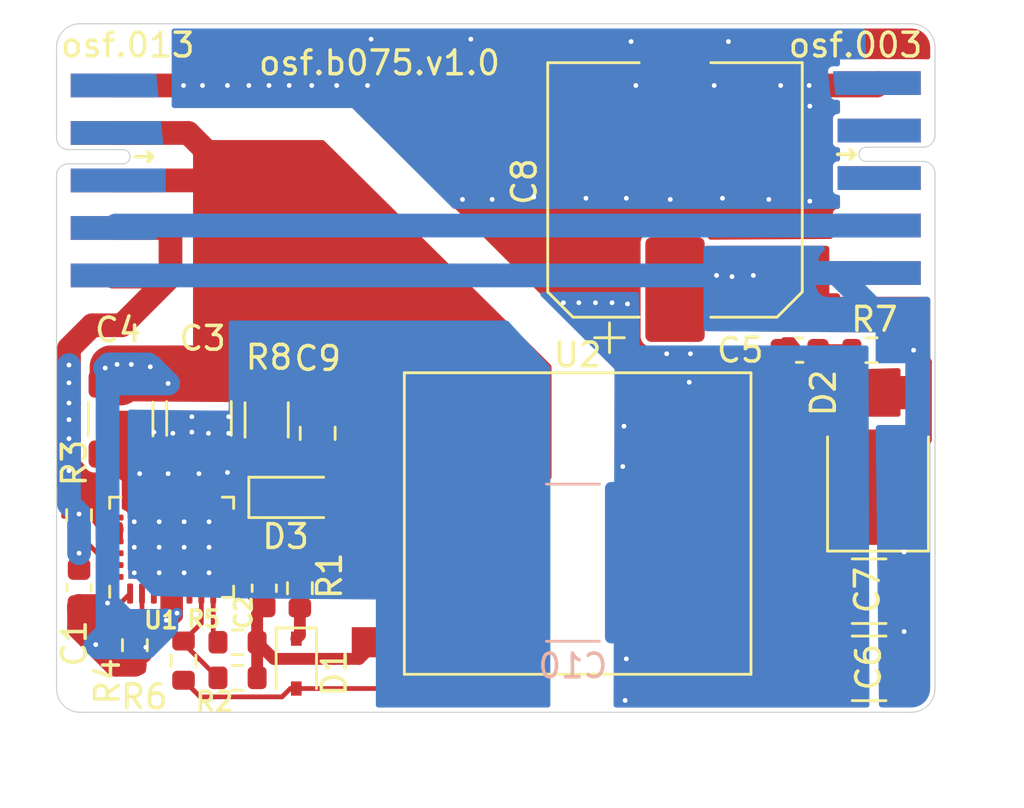
<source format=kicad_pcb>
(kicad_pcb (version 20211014) (generator pcbnew)
  (layers (0 "F.Cu" signal) (31 "B.Cu" signal) (34 "B.Paste" user) (35 "F.Paste" user) (36 "B.SilkS" user "B.Silkscreen") (37 "F.SilkS" user "F.Silkscreen") (38 "B.Mask" user) (39 "F.Mask" user) (44 "Edge.Cuts" user))
  (net 0 "")
  (net 1 "GND")
  (net 2 "Net-(R3-Pad1)")
  (net 3 "/flyback/VCC")
  (net 4 "Net-(R4-Pad2)")
  (net 5 "Net-(R5-Pad1)")
  (net 11 "/flyback/transformer_out")
  (net 12 "Net-(C5-Pad2)")
  (net 13 "Net-(D1-Pad1)")
  (net 14 "/flyback/SW")
  (net 15 "/flyback/FB1")
  (net 16 "Net-(C9-Pad2)")
  (net 18 "Net-(D1-Pad2)")
  (net 19 "/5V")
  (net 20 "/3.3V")
  (net 21 "/flyback/PoE+")
  (net 22 "/flyback/PoE-")
  (net 23 "/flyback/GNDPWR")
  (footprint "on_edge:on_edge_2x05_device" (layer "F.Cu") (at 77 80.6 -90)
    (fp_text reference "J1")
    (fp_text value "013_PoE_rectified")
    (fp_line (start -1.3 -2.8) (end -1.3 -0.5) (layer "Edge.Cuts") (width 0.05))
    (fp_line (start -0.2 0) (end 4 0) (layer "Edge.Cuts") (width 0.05))
    (fp_line (start -0.7 -0.5) (end -0.7 -2.8) (layer "Edge.Cuts") (width 0.05))
    (fp_line (start -4 0) (end -1.8 0) (layer "Edge.Cuts") (width 0.05))
    (fp_arc (start -1.3 -0.5) (mid -1.446447 -0.146447) (end -1.8 0) (layer "Edge.Cuts") (width 0.05))
    (fp_arc (start -0.2 0) (mid -0.553553 -0.146447) (end -0.7 -0.5) (layer "Edge.Cuts") (width 0.05))
    (fp_arc (start -1.3 -2.8) (mid -1 -3.1) (end -0.7 -2.8) (layer "Edge.Cuts") (width 0.05))
    (pad "1" smd rect (at -4 -2.35 90) (size 1 3.5) (layers "F.Cu" "F.Mask") (net 1 "GND"))
    (pad "2" smd rect (at -2 -2.35 270) (size 1 3.5) (layers "F.Cu" "F.Mask") (net 21 "/flyback/PoE+"))
    (pad "3" smd rect (at 0 -2.35 270) (size 1 3.5) (layers "F.Cu" "F.Mask") (net 21 "/flyback/PoE+"))
    (pad "4" smd rect (at 2 -2.35 90) (size 1 3.5) (layers "F.Cu" "F.Mask") (net 22 "/flyback/PoE-"))
    (pad "5" smd rect (at 4 -2.35 90) (size 1 3.5) (layers "F.Cu" "F.Mask") (net 22 "/flyback/PoE-"))
    (pad "6" smd custom (at -4 -2.4 270) (size 1 3.6) (layers "B.Cu" "B.Mask") (options (clearance outline) (anchor rect)) (primitives (gr_poly (pts (xy 0.5 -1.8) (xy 0.5 -1.9) (xy -0.5 -1.8)) (width 0) (fill yes))))
    (pad "7" smd custom (at -2 -2.1 270) (size 1 3) (layers "B.Cu" "B.Mask") (options (clearance outline) (anchor rect)) (primitives (gr_poly (pts (xy 0.3 -0.51) (xy 0.31 -0.62) (xy 0.33 -0.7) (xy 0.35 -0.76) (xy 0.37 -0.81) (xy 0.4 -0.86) (xy 0.44 -0.92) (xy 0.48 -0.97) (xy 0.5 -0.99) (xy 0.5 -2.4) (xy -0.5 -2.3) (xy -0.5 1.5) (xy 0.3 1.5)) (width 0) (fill yes))))
    (pad "8" smd rect (at 0 -2.6 270) (size 1 4) (layers "B.Cu" "B.Mask"))
    (pad "9" smd custom (at 2 -2.4 270) (size 1 3.6) (layers "B.Cu" "B.Mask") (net 20 "/3.3V") (options (clearance outline) (anchor rect)) (primitives (gr_poly (pts (xy -0.5 -1.8) (xy -0.5 -1.9) (xy 0.5 -1.8)) (width 0) (fill yes))))
    (pad "10" smd custom (at 4 -2.3 270) (size 1 3.4) (layers "B.Cu" "B.Mask") (net 19 "/5V") (options (clearance outline) (anchor rect)) (primitives (gr_poly (pts (xy -0.5 -1.7) (xy -0.5 -1.8) (xy 0.5 -1.7)) (width 0) (fill yes))))
    (zone (net 0) (net_name "") (layers F&B.Cu) (connect_pads (clearance 0)) (min_thickness 0.254)
      (keepout (tracks allowed) (vias not_allowed) (pads allowed) (copperpour not_allowed) (footprints not_allowed))
      (fill (thermal_gap 0.508) (thermal_bridge_width 0.508))
      (polygon (pts (xy 77 85.6) (xy 77 75.6) (xy 81 75.6) (xy 81 85.6)))
    )
  )
  (footprint "Capacitor_SMD:C_0603_1608Metric" (layer "F.Cu") (at 77.95 97.75 90)
    (fp_text reference "C1" (at -2.35 -0.2 90) (layer "F.SilkS"))
    (fp_text value "100n")
    (pad "1" smd roundrect (at -0.775 0 90) (size 0.9 0.95) (layers "F.Cu" "F.Paste" "F.Mask") (net 21 "/flyback/PoE+"))
    (pad "2" smd roundrect (at 0.775 0 90) (size 0.9 0.95) (layers "F.Cu" "F.Paste" "F.Mask") (net 22 "/flyback/PoE-"))
  )
  (footprint "Capacitor_SMD:C_0603_1608Metric" (layer "F.Cu") (at 85.75 97.775 -90)
    (fp_text reference "C2" (at 1.025 0.875 -90) (layer "F.SilkS") (effects (font (size 0.7 0.7))))
    (fp_text value "1uF")
    (pad "1" smd roundrect (at -0.775 0 270) (size 0.9 0.95) (layers "F.Cu" "F.Paste" "F.Mask") (net 3 "/flyback/VCC"))
    (pad "2" smd roundrect (at 0.775 0 270) (size 0.9 0.95) (layers "F.Cu" "F.Paste" "F.Mask") (net 23 "/flyback/GNDPWR"))
  )
  (footprint "Resistor_SMD:R_0603_1608Metric" (layer "F.Cu") (at 77.95 94.7 90)
    (fp_text reference "R3" (at 2.2 -0.2 90) (layer "F.SilkS"))
    (fp_text value "41.2R")
    (pad "1" smd roundrect (at -0.825 0 90) (size 0.8 0.95) (layers "F.Cu" "F.Paste" "F.Mask") (net 2 "Net-(R3-Pad1)"))
    (pad "2" smd roundrect (at 0.825 0 90) (size 0.8 0.95) (layers "F.Cu" "F.Paste" "F.Mask") (net 22 "/flyback/PoE-"))
  )
  (footprint "Resistor_SMD:R_0603_1608Metric" (layer "F.Cu") (at 84.625 100.05)
    (fp_text reference "R5" (at -1.425 -0.975) (layer "F.SilkS") (effects (font (size 0.7 0.7))))
    (fp_text value "49.9k")
    (pad "1" smd roundrect (at -0.825 0) (size 0.8 0.95) (layers "F.Cu" "F.Paste" "F.Mask") (net 5 "Net-(R5-Pad1)"))
    (pad "2" smd roundrect (at 0.825 0) (size 0.8 0.95) (layers "F.Cu" "F.Paste" "F.Mask") (net 23 "/flyback/GNDPWR"))
  )
  (footprint "Package_DFN_QFN:QFN-28-1EP_4x5mm_P0.5mm_EP2.65x3.65mm_ThermalVias" (layer "F.Cu") (at 81.85 96.05 90)
    (fp_text reference "U1" (at -3.075 -0.45) (layer "F.SilkS") (effects (font (size 0.7 0.7))))
    (fp_text value "MP8007")
    (pad "1" smd roundrect (at -1.95 -1.75 90) (size 0.85 0.25) (layers "F.Cu" "F.Paste" "F.Mask") (net 21 "/flyback/PoE+"))
    (pad "2" smd roundrect (at -1.95 -1.25 90) (size 0.85 0.25) (layers "F.Cu" "F.Paste" "F.Mask") (net 4 "Net-(R4-Pad2)"))
    (pad "3" smd roundrect (at -1.95 -0.75 90) (size 0.85 0.25) (layers "F.Cu" "F.Paste" "F.Mask"))
    (pad "4" smd roundrect (at -1.95 -0.25 90) (size 0.85 0.25) (layers "F.Cu" "F.Paste" "F.Mask") (net 21 "/flyback/PoE+"))
    (pad "5" smd roundrect (at -1.95 0.25 90) (size 0.85 0.25) (layers "F.Cu" "F.Paste" "F.Mask") (net 21 "/flyback/PoE+"))
    (pad "6" smd roundrect (at -1.95 0.75 90) (size 0.85 0.25) (layers "F.Cu" "F.Paste" "F.Mask") (net 23 "/flyback/GNDPWR"))
    (pad "7" smd roundrect (at -1.95 1.25 90) (size 0.85 0.25) (layers "F.Cu" "F.Paste" "F.Mask") (net 15 "/flyback/FB1"))
    (pad "8" smd roundrect (at -1.95 1.75 90) (size 0.85 0.25) (layers "F.Cu" "F.Paste" "F.Mask") (net 5 "Net-(R5-Pad1)"))
    (pad "9" smd roundrect (at -1.25 2.45 90) (size 0.25 0.85) (layers "F.Cu" "F.Paste" "F.Mask") (net 23 "/flyback/GNDPWR"))
    (pad "10" smd roundrect (at -0.75 2.45 90) (size 0.25 0.85) (layers "F.Cu" "F.Paste" "F.Mask") (net 3 "/flyback/VCC"))
    (pad "11" smd roundrect (at -0.25 2.45 90) (size 0.25 0.85) (layers "F.Cu" "F.Paste" "F.Mask"))
    (pad "12" smd roundrect (at 0.25 2.45 90) (size 0.25 0.85) (layers "F.Cu" "F.Paste" "F.Mask") (net 14 "/flyback/SW"))
    (pad "13" smd roundrect (at 0.75 2.45 90) (size 0.25 0.85) (layers "F.Cu" "F.Paste" "F.Mask") (net 14 "/flyback/SW"))
    (pad "14" smd roundrect (at 1.25 2.45 90) (size 0.25 0.85) (layers "F.Cu" "F.Paste" "F.Mask") (net 23 "/flyback/GNDPWR"))
    (pad "15" smd roundrect (at 1.95 1.75 90) (size 0.85 0.25) (layers "F.Cu" "F.Paste" "F.Mask") (net 23 "/flyback/GNDPWR"))
    (pad "16" smd roundrect (at 1.95 1.25 90) (size 0.85 0.25) (layers "F.Cu" "F.Paste" "F.Mask") (net 23 "/flyback/GNDPWR"))
    (pad "17" smd roundrect (at 1.95 0.75 90) (size 0.85 0.25) (layers "F.Cu" "F.Paste" "F.Mask") (net 23 "/flyback/GNDPWR"))
    (pad "18" smd roundrect (at 1.95 0.25 90) (size 0.85 0.25) (layers "F.Cu" "F.Paste" "F.Mask"))
    (pad "19" smd roundrect (at 1.95 -0.25 90) (size 0.85 0.25) (layers "F.Cu" "F.Paste" "F.Mask") (net 23 "/flyback/GNDPWR"))
    (pad "20" smd roundrect (at 1.95 -0.75 90) (size 0.85 0.25) (layers "F.Cu" "F.Paste" "F.Mask") (net 23 "/flyback/GNDPWR"))
    (pad "21" smd roundrect (at 1.95 -1.25 90) (size 0.85 0.25) (layers "F.Cu" "F.Paste" "F.Mask") (net 23 "/flyback/GNDPWR"))
    (pad "22" smd roundrect (at 1.95 -1.75 90) (size 0.85 0.25) (layers "F.Cu" "F.Paste" "F.Mask") (net 23 "/flyback/GNDPWR"))
    (pad "23" smd roundrect (at 1.25 -2.45 90) (size 0.25 0.85) (layers "F.Cu" "F.Paste" "F.Mask") (net 22 "/flyback/PoE-"))
    (pad "24" smd roundrect (at 0.75 -2.45 90) (size 0.25 0.85) (layers "F.Cu" "F.Paste" "F.Mask") (net 22 "/flyback/PoE-"))
    (pad "25" smd roundrect (at 0.25 -2.45 90) (size 0.25 0.85) (layers "F.Cu" "F.Paste" "F.Mask") (net 22 "/flyback/PoE-"))
    (pad "26" smd roundrect (at -0.25 -2.45 90) (size 0.25 0.85) (layers "F.Cu" "F.Paste" "F.Mask") (net 2 "Net-(R3-Pad1)"))
    (pad "27" smd roundrect (at -0.75 -2.45 90) (size 0.25 0.85) (layers "F.Cu" "F.Paste" "F.Mask"))
    (pad "28" smd roundrect (at -1.25 -2.45 90) (size 0.25 0.85) (layers "F.Cu" "F.Paste" "F.Mask"))
    (pad "29" thru_hole circle (at 1.075 0.525 90) (size 0.5 0.5) (drill 0.2) (layers *.Cu) (net 23 "/flyback/GNDPWR"))
    (pad "29" thru_hole circle (at -1.075 1.575 90) (size 0.5 0.5) (drill 0.2) (layers *.Cu) (net 23 "/flyback/GNDPWR"))
    (pad "29" smd rect (at 0 0 90) (size 2.65 3.65) (layers "F.Cu" "F.Mask") (net 23 "/flyback/GNDPWR"))
    (pad "29" smd rect (at 0 0 90) (size 2.65 3.65) (layers "B.Cu") (net 23 "/flyback/GNDPWR"))
    (pad "29" thru_hole circle (at 0 1.575 90) (size 0.5 0.5) (drill 0.2) (layers *.Cu) (net 23 "/flyback/GNDPWR"))
    (pad "29" thru_hole circle (at 0 -1.575 90) (size 0.5 0.5) (drill 0.2) (layers *.Cu) (net 23 "/flyback/GNDPWR"))
    (pad "29" thru_hole circle (at -1.075 -1.575 90) (size 0.5 0.5) (drill 0.2) (layers *.Cu) (net 23 "/flyback/GNDPWR"))
    (pad "29" thru_hole circle (at 1.075 1.575 90) (size 0.5 0.5) (drill 0.2) (layers *.Cu) (net 23 "/flyback/GNDPWR"))
    (pad "29" thru_hole circle (at -1.075 -0.525 90) (size 0.5 0.5) (drill 0.2) (layers *.Cu) (net 23 "/flyback/GNDPWR"))
    (pad "29" thru_hole circle (at 1.075 -0.525 90) (size 0.5 0.5) (drill 0.2) (layers *.Cu) (net 23 "/flyback/GNDPWR"))
    (pad "29" thru_hole circle (at 0 0.525 90) (size 0.5 0.5) (drill 0.2) (layers *.Cu) (net 23 "/flyback/GNDPWR"))
    (pad "29" thru_hole circle (at -1.075 0.525 90) (size 0.5 0.5) (drill 0.2) (layers *.Cu) (net 23 "/flyback/GNDPWR"))
    (pad "29" thru_hole circle (at 1.075 -1.575 90) (size 0.5 0.5) (drill 0.2) (layers *.Cu) (net 23 "/flyback/GNDPWR"))
    (pad "29" thru_hole circle (at 0 -0.525 90) (size 0.5 0.5) (drill 0.2) (layers *.Cu) (net 23 "/flyback/GNDPWR"))
  )
  (footprint "on_edge:on_edge_2x05_host" (layer "F.Cu") (at 114 80.5 -90)
    (fp_text reference "J2")
    (fp_text value "003_power")
    (fp_line (start -0.2 0) (end 4 0) (layer "Edge.Cuts") (width 0.05))
    (fp_line (start -1.3 0.5) (end -1.3 2.9) (layer "Edge.Cuts") (width 0.05))
    (fp_line (start -4 0) (end -1.8 0) (layer "Edge.Cuts") (width 0.05))
    (fp_line (start -0.7 2.9) (end -0.7 0.5) (layer "Edge.Cuts") (width 0.05))
    (fp_arc (start -0.7 0.5) (mid -0.553553 0.146447) (end -0.2 0) (layer "Edge.Cuts") (width 0.05))
    (fp_arc (start -1.8 0) (mid -1.446447 0.146447) (end -1.3 0.5) (layer "Edge.Cuts") (width 0.05))
    (fp_arc (start -0.7 2.9) (mid -1 3.2) (end -1.3 2.9) (layer "Edge.Cuts") (width 0.05))
    (pad "1" smd rect (at -4 2.35 270) (size 1 3.5) (layers "F.Cu" "F.Mask") (net 1 "GND"))
    (pad "2" smd rect (at -2 2.35 270) (size 1 3.5) (layers "F.Cu" "F.Mask"))
    (pad "3" smd rect (at 0 2.35 270) (size 1 3.5) (layers "F.Cu" "F.Mask"))
    (pad "4" smd rect (at 2 2.35 270) (size 1 3.5) (layers "F.Cu" "F.Mask"))
    (pad "5" smd rect (at 4 2.35 270) (size 1 3.5) (layers "F.Cu" "F.Mask"))
    (pad "6" smd custom (at -4 2.4 90) (size 1 3.6) (layers "B.Cu" "B.Mask") (options (clearance outline) (anchor rect)) (primitives (gr_poly (pts (xy 0.5 -1.8) (xy -0.5 -1.8) (xy 0.5 -1.9)) (width 0) (fill yes))))
    (pad "7" smd rect (at -2 2.35 90) (size 1 3.5) (layers "B.Cu" "B.Mask"))
    (pad "8" smd rect (at 0 2.35 90) (size 1 3.5) (layers "B.Cu" "B.Mask"))
    (pad "9" smd custom (at 2 2.4 90) (size 1 3.6) (layers "B.Cu" "B.Mask") (net 20 "/3.3V") (options (clearance outline) (anchor rect)) (primitives (gr_poly (pts (xy 0.5 -1.8) (xy -0.5 -1.8) (xy -0.5 -1.9)) (width 0) (fill yes))))
    (pad "10" smd custom (at 4 2.5 90) (size 1 3.8) (layers "B.Cu" "B.Mask") (net 19 "/5V") (options (clearance outline) (anchor rect)) (primitives (gr_poly (pts (xy 0.5 -1.9) (xy -0.5 -1.9) (xy -0.5 -2)) (width 0) (fill yes))))
    (zone (net 0) (net_name "") (layers F&B.Cu) (connect_pads (clearance 0)) (min_thickness 0.254)
      (keepout (tracks allowed) (vias not_allowed) (pads allowed) (copperpour not_allowed) (footprints not_allowed))
      (fill (thermal_gap 0.508) (thermal_bridge_width 0.508))
      (polygon (pts (xy 110 85.5) (xy 110 75.5) (xy 114 75.5) (xy 114 85.5)))
    )
  )
  (footprint "Resistor_SMD:R_0603_1608Metric" (layer "F.Cu") (at 80.3 100.175 90)
    (fp_text reference "R4" (at -1.525 -1.15 90) (layer "F.SilkS"))
    (fp_text value "24.9k")
    (pad "1" smd roundrect (at -0.825 0 90) (size 0.8 0.95) (layers "F.Cu" "F.Paste" "F.Mask") (net 21 "/flyback/PoE+"))
    (pad "2" smd roundrect (at 0.825 0 90) (size 0.8 0.95) (layers "F.Cu" "F.Paste" "F.Mask") (net 4 "Net-(R4-Pad2)"))
  )
  (footprint "Capacitor_SMD:C_1210_3225Metric" (layer "F.Cu") (at 79.7 90.65 -90)
    (fp_text reference "C4" (at -3.75 0.1 180) (layer "F.SilkS"))
    (fp_text value "10uF")
    (pad "1" smd roundrect (at -1.475 0 270) (size 1.15 2.7) (layers "F.Cu" "F.Paste" "F.Mask") (roundrect_rratio 0.217391) (net 21 "/flyback/PoE+"))
    (pad "2" smd roundrect (at 1.475 0 270) (size 1.15 2.7) (layers "F.Cu" "F.Paste" "F.Mask") (roundrect_rratio 0.217391) (net 23 "/flyback/GNDPWR"))
  )
  (footprint "Capacitor_SMD:C_1210_3225Metric" (layer "F.Cu") (at 83 90.625 -90)
    (fp_text reference "C3" (at -3.375 -0.15 180) (layer "F.SilkS"))
    (fp_text value "2.2uF")
    (pad "1" smd roundrect (at -1.475 0 270) (size 1.15 2.7) (layers "F.Cu" "F.Paste" "F.Mask") (roundrect_rratio 0.217391) (net 21 "/flyback/PoE+"))
    (pad "2" smd roundrect (at 1.475 0 270) (size 1.15 2.7) (layers "F.Cu" "F.Paste" "F.Mask") (roundrect_rratio 0.217391) (net 23 "/flyback/GNDPWR"))
  )
  (footprint "Capacitor_SMD:C_0805_2012Metric" (layer "F.Cu") (at 88 91.25 -90)
    (fp_text reference "C9" (at -3.15 0) (layer "F.SilkS"))
    (fp_text value "10n")
    (pad "1" smd roundrect (at -0.95 0 270) (size 1 1.45) (layers "F.Cu" "F.Paste" "F.Mask") (net 21 "/flyback/PoE+"))
    (pad "2" smd roundrect (at 0.95 0 270) (size 1 1.45) (layers "F.Cu" "F.Paste" "F.Mask") (net 16 "Net-(C9-Pad2)"))
  )
  (footprint "Resistor_SMD:R_0603_1608Metric" (layer "F.Cu") (at 84.625 101.55)
    (fp_text reference "R2" (at -0.975 1) (layer "F.SilkS") (effects (font (size 0.8 0.8))))
    (fp_text value "20k")
    (pad "1" smd roundrect (at -0.825 0) (size 0.8 0.95) (layers "F.Cu" "F.Paste" "F.Mask") (net 15 "/flyback/FB1"))
    (pad "2" smd roundrect (at 0.825 0) (size 0.8 0.95) (layers "F.Cu" "F.Paste" "F.Mask") (net 23 "/flyback/GNDPWR"))
  )
  (footprint "Capacitor_SMD:C_1210_3225Metric" (layer "F.Cu") (at 111.225 97.9 180)
    (fp_text reference "C7" (at 0.075 0.05 90) (layer "F.SilkS"))
    (fp_text value "47uF")
    (pad "1" smd roundrect (at -1.475 0 180) (size 1.15 2.7) (layers "F.Cu" "F.Paste" "F.Mask") (roundrect_rratio 0.217391) (net 19 "/5V"))
    (pad "2" smd roundrect (at 1.475 0 180) (size 1.15 2.7) (layers "F.Cu" "F.Paste" "F.Mask") (roundrect_rratio 0.217391) (net 1 "GND"))
  )
  (footprint "Capacitor_SMD:CP_Elec_10x10.5" (layer "F.Cu") (at 103.05 81 90)
    (fp_text reference "C8" (at 0.35 -6.35 90) (layer "F.SilkS"))
    (fp_text value "220uF")
    (pad "1" smd roundrect (at -4.2 0 90) (size 4.4 2.5) (layers "F.Cu" "F.Paste" "F.Mask") (roundrect_rratio 0.1) (net 19 "/5V"))
    (pad "2" smd roundrect (at 4.2 0 90) (size 4.4 2.5) (layers "F.Cu" "F.Paste" "F.Mask") (roundrect_rratio 0.1) (net 1 "GND"))
  )
  (footprint "Resistor_SMD:R_0603_1608Metric" (layer "F.Cu") (at 87.25 97.775 90)
    (fp_text reference "R1" (at 0.525 1.25 90) (layer "F.SilkS"))
    (fp_text value "5.1k")
    (pad "1" smd roundrect (at -0.825 0 90) (size 0.8 0.95) (layers "F.Cu" "F.Paste" "F.Mask") (net 13 "Net-(D1-Pad1)"))
    (pad "2" smd roundrect (at 0.825 0 90) (size 0.8 0.95) (layers "F.Cu" "F.Paste" "F.Mask") (net 3 "/flyback/VCC"))
  )
  (footprint "Capacitor_SMD:C_1210_3225Metric" (layer "F.Cu") (at 111.225 101.15 180)
    (fp_text reference "C6" (at 0.025 0.05 90) (layer "F.SilkS"))
    (fp_text value "47uF")
    (pad "1" smd roundrect (at -1.475 0 180) (size 1.15 2.7) (layers "F.Cu" "F.Paste" "F.Mask") (roundrect_rratio 0.217391) (net 19 "/5V"))
    (pad "2" smd roundrect (at 1.475 0 180) (size 1.15 2.7) (layers "F.Cu" "F.Paste" "F.Mask") (roundrect_rratio 0.217391) (net 1 "GND"))
  )
  (footprint "Resistor_SMD:R_0603_1608Metric" (layer "F.Cu") (at 82.35 100.825 90)
    (fp_text reference "R6" (at -1.525 -1.65 180) (layer "F.SilkS"))
    (fp_text value "110k")
    (pad "1" smd roundrect (at -0.825 0 90) (size 0.8 0.95) (layers "F.Cu" "F.Paste" "F.Mask") (net 18 "Net-(D1-Pad2)"))
    (pad "2" smd roundrect (at 0.825 0 90) (size 0.8 0.95) (layers "F.Cu" "F.Paste" "F.Mask") (net 15 "/flyback/FB1"))
  )
  (footprint "b075:Transformer_Coilcraft_POE13P" (layer "F.Cu") (at 98.95 95.05)
    (fp_text reference "U2" (at 0 -7.1) (layer "F.SilkS"))
    (fp_text value "POE13P-50L")
    (pad "1" smd rect (at -8.5 5) (size 2.03 1.27) (layers "F.Cu" "F.Paste" "F.Mask") (net 23 "/flyback/GNDPWR"))
    (pad "2" smd rect (at -8.5 2.5) (size 2.03 1.27) (layers "F.Cu" "F.Paste" "F.Mask") (net 18 "Net-(D1-Pad2)"))
    (pad "3" smd rect (at -8.5 0) (size 2.03 1.27) (layers "F.Cu" "F.Paste" "F.Mask") (net 14 "/flyback/SW"))
    (pad "4" smd rect (at -8.5 -2.5) (size 2.03 1.27) (layers "F.Cu" "F.Paste" "F.Mask") (net 21 "/flyback/PoE+"))
    (pad "5" smd rect (at -8.5 -5) (size 2.03 1.27) (layers "F.Cu" "F.Paste" "F.Mask"))
    (pad "6" smd rect (at 8.5 -5) (size 2.03 1.27) (layers "F.Cu" "F.Paste" "F.Mask"))
    (pad "7" smd rect (at 8.5 -2.5) (size 2.03 1.27) (layers "F.Cu" "F.Paste" "F.Mask") (net 11 "/flyback/transformer_out"))
    (pad "8" smd rect (at 8.5 0) (size 2.03 1.27) (layers "F.Cu" "F.Paste" "F.Mask") (net 11 "/flyback/transformer_out"))
    (pad "9" smd rect (at 8.5 2.5) (size 2.03 1.27) (layers "F.Cu" "F.Paste" "F.Mask") (net 1 "GND"))
    (pad "10" smd rect (at 8.5 5) (size 2.03 1.27) (layers "F.Cu" "F.Paste" "F.Mask") (net 1 "GND"))
  )
  (footprint "Capacitor_SMD:C_0603_1608Metric" (layer "F.Cu") (at 108.3 87.75)
    (fp_text reference "C5" (at -2.5 0) (layer "F.SilkS"))
    (fp_text value "1nF")
    (pad "1" smd roundrect (at -0.775 0) (size 0.9 0.95) (layers "F.Cu" "F.Paste" "F.Mask") (net 11 "/flyback/transformer_out"))
    (pad "2" smd roundrect (at 0.775 0) (size 0.9 0.95) (layers "F.Cu" "F.Paste" "F.Mask") (net 12 "Net-(C5-Pad2)"))
  )
  (footprint "Diode_SMD:D_PowerDI-5" (layer "F.Cu") (at 111.6 92.4 90)
    (fp_text reference "D2" (at 2.85 -2.3 90) (layer "F.SilkS"))
    (fp_text value "SBR8U60P5-7")
    (pad "1" smd rect (at -1.12 0 270) (size 4.86 3.36) (layers "F.Cu" "F.Paste" "F.Mask") (net 19 "/5V"))
    (pad "2" smd rect (at 2.862 0.92 270) (size 1.4 1.39) (layers "F.Cu" "F.Paste" "F.Mask") (net 11 "/flyback/transformer_out"))
    (pad "2" smd rect (at 2.862 -0.92 270) (size 1.4 1.39) (layers "F.Cu" "F.Paste" "F.Mask") (net 11 "/flyback/transformer_out"))
  )
  (footprint "Resistor_SMD:R_0603_1608Metric" (layer "F.Cu") (at 111.325 87.75 180)
    (fp_text reference "R7" (at -0.125 1.3) (layer "F.SilkS"))
    (fp_text value "20R")
    (pad "1" smd roundrect (at -0.825 0 180) (size 0.8 0.95) (layers "F.Cu" "F.Paste" "F.Mask") (net 19 "/5V"))
    (pad "2" smd roundrect (at 0.825 0 180) (size 0.8 0.95) (layers "F.Cu" "F.Paste" "F.Mask") (net 12 "Net-(C5-Pad2)"))
  )
  (footprint "Diode_SMD:D_SOD-323" (layer "F.Cu") (at 87.1 100.95 -90)
    (fp_text reference "D1" (at 0.4 -1.6 90) (layer "F.SilkS"))
    (fp_text value "1N4148")
    (pad "1" smd rect (at -1.05 0 270) (size 0.6 0.45) (layers "F.Cu" "F.Paste" "F.Mask") (net 13 "Net-(D1-Pad1)"))
    (pad "2" smd rect (at 1.05 0 270) (size 0.6 0.45) (layers "F.Cu" "F.Paste" "F.Mask") (net 18 "Net-(D1-Pad2)"))
  )
  (footprint "Diode_SMD:D_SOD-323_HandSoldering" (layer "F.Cu") (at 87 93.95)
    (fp_text reference "D3" (at -0.35 1.65 180) (layer "F.SilkS"))
    (fp_text value "BAV21")
    (pad "1" smd rect (at -1.25 0) (size 1 1) (layers "F.Cu" "F.Paste" "F.Mask") (net 16 "Net-(C9-Pad2)"))
    (pad "2" smd rect (at 1.25 0) (size 1 1) (layers "F.Cu" "F.Paste" "F.Mask") (net 14 "/flyback/SW"))
  )
  (footprint "Resistor_SMD:R_1206_3216Metric" (layer "F.Cu") (at 85.85 90.6875 90)
    (fp_text reference "R8" (at 2.6375 0.1) (layer "F.SilkS"))
    (fp_text value "10K")
    (pad "1" smd roundrect (at -1.4625 0 90) (size 1.125 1.75) (layers "F.Cu" "F.Paste" "F.Mask") (roundrect_rratio 0.222222) (net 16 "Net-(C9-Pad2)"))
    (pad "2" smd roundrect (at 1.4625 0 90) (size 1.125 1.75) (layers "F.Cu" "F.Paste" "F.Mask") (roundrect_rratio 0.222222) (net 21 "/flyback/PoE+"))
  )
  (footprint "Capacitor_SMD:C_1825_4564Metric" (layer "B.Cu") (at 98.75 96.7)
    (fp_text reference "C10" (at 0 4.35) (layer "B.SilkS") (effects (justify mirror)))
    (fp_text value "1nF")
    (pad "1" smd roundrect (at -2.05 0) (size 1.4 6.8) (layers "B.Cu" "B.Paste" "B.Mask") (roundrect_rratio 0.178571) (net 23 "/flyback/GNDPWR"))
    (pad "2" smd roundrect (at 2.05 0) (size 1.4 6.8) (layers "B.Cu" "B.Paste" "B.Mask") (roundrect_rratio 0.178571) (net 1 "GND"))
  )
  (gr_line (start 113 103) (end 78 103) (layer "Edge.Cuts") (width 0.05))
  (gr_line (start 77 102) (end 77 84.6) (layer "Edge.Cuts") (width 0.05))
  (gr_line (start 78 74) (end 113 74) (layer "Edge.Cuts") (width 0.05))
  (gr_line (start 114 76.5) (end 114 75) (layer "Edge.Cuts") (width 0.05))
  (gr_line (start 77 76.6) (end 77 75) (layer "Edge.Cuts") (width 0.05))
  (gr_arc (start 113 74) (mid 113.707107 74.292893) (end 114 75) (layer "Edge.Cuts") (width 0.05))
  (gr_arc (start 77 75) (mid 77.292893 74.292893) (end 78 74) (layer "Edge.Cuts") (width 0.05))
  (gr_arc (start 78 103) (mid 77.292893 102.707107) (end 77 102) (layer "Edge.Cuts") (width 0.05))
  (gr_line (start 114 102) (end 114 84.5) (layer "Edge.Cuts") (width 0.05))
  (gr_arc (start 114 102) (mid 113.707107 102.707107) (end 113 103) (layer "Edge.Cuts") (width 0.05))
  (gr_text "osf.b075.v1.0" (at 90.6 75.65) (layer "F.SilkS") (effects (font (size 1 1))))
  (gr_text "osf.013" (at 80 74.9) (layer "F.SilkS") (effects (font (size 1 1))))
  (gr_text "osf.003" (at 110.65 74.9) (layer "F.SilkS") (effects (font (size 1 1))))
  (segment (start 82.35 76.6) (end 83.15 76.6) (width 1) (layer "F.Cu") (net 1))
  (segment (start 108.7275 77.4725) (end 108.7275 76.6725) (width 1) (layer "F.Cu") (net 1))
  (segment (start 86.8 76.6) (end 87.75 76.6) (width 1) (layer "F.Cu") (net 1))
  (segment (start 87.75 76.6) (end 88.8 76.6) (width 1) (layer "F.Cu") (net 1))
  (segment (start 85.95 76.6) (end 86.8 76.6) (width 1) (layer "F.Cu") (net 1))
  (segment (start 104.7 76.6) (end 107.5 76.6) (width 1) (layer "F.Cu") (net 1))
  (segment (start 108.7 76.6) (end 108.8 76.6) (width 1) (layer "F.Cu") (net 1))
  (segment (start 85.1 76.6) (end 85.95 76.6) (width 1) (layer "F.Cu") (net 1))
  (segment (start 84.2 76.6) (end 85.1 76.6) (width 1) (layer "F.Cu") (net 1))
  (segment (start 107.5 76.6) (end 108.7 76.6) (width 1) (layer "F.Cu") (net 1))
  (segment (start 111.55 76.6) (end 111.65 76.5) (width 1) (layer "F.Cu") (net 1))
  (segment (start 83.15 76.6) (end 84.2 76.6) (width 1) (layer "F.Cu") (net 1))
  (segment (start 90.1 76.6) (end 101.4 76.6) (width 1) (layer "F.Cu") (net 1))
  (segment (start 108.7275 76.6725) (end 108.8 76.6) (width 1) (layer "F.Cu") (net 1))
  (segment (start 108.8 76.6) (end 111.55 76.6) (width 1) (layer "F.Cu") (net 1))
  (segment (start 88.8 76.6) (end 90.1 76.6) (width 1) (layer "F.Cu") (net 1))
  (segment (start 108.7275 81.4725) (end 108.7275 77.4725) (width 1) (layer "F.Cu") (net 1))
  (segment (start 101.4 76.6) (end 104.7 76.6) (width 1) (layer "F.Cu") (net 1))
  (segment (start 79.35 76.6) (end 82.35 76.6) (width 1) (layer "F.Cu") (net 1))
  (via (at 108.7 76.6) (size 0.45) (drill 0.2) (layers "F.Cu" "B.Cu") (net 1))
  (via (at 104.7 76.6) (size 0.45) (drill 0.2) (layers "F.Cu" "B.Cu") (net 1))
  (via (at 99.3 81.35) (size 0.45) (drill 0.2) (layers "F.Cu" "B.Cu") (net 1))
  (via (at 102.7 87.9) (size 0.45) (drill 0.2) (layers "F.Cu" "B.Cu") (net 1))
  (via (at 87.75 76.6) (size 0.45) (drill 0.2) (layers "F.Cu" "B.Cu") (net 1))
  (via (at 103.65 89.1) (size 0.45) (drill 0.2) (layers "F.Cu" "B.Cu") (net 1))
  (via (at 101.2 74.75) (size 0.45) (drill 0.2) (layers "F.Cu" "B.Cu") (net 1))
  (via (at 101.05 85.8) (size 0.45) (drill 0.2) (layers "F.Cu" "B.Cu") (net 1))
  (via (at 101.4 76.6) (size 0.45) (drill 0.2) (layers "F.Cu" "B.Cu") (net 1))
  (via (at 98.35 85.75) (size 0.45) (drill 0.2) (layers "F.Cu" "B.Cu") (net 1))
  (via (at 108.7275 77.4725) (size 0.45) (drill 0.2) (layers "F.Cu" "B.Cu") (net 1))
  (via (at 88.8 76.6) (size 0.45) (drill 0.2) (layers "F.Cu" "B.Cu") (net 1))
  (via (at 100.85 92.65) (size 0.45) (drill 0.2) (layers "F.Cu" "B.Cu") (net 1))
  (via (at 90.25 74.65) (size 0.45) (drill 0.2) (layers "F.Cu" "B.Cu") (net 1))
  (via (at 108.7275 81.4725) (size 0.45) (drill 0.2) (layers "F.Cu" "B.Cu") (net 1))
  (via (at 107 81.4) (size 0.45) (drill 0.2) (layers "F.Cu" "B.Cu") (net 1))
  (via (at 94.1 81.4) (size 0.45) (drill 0.2) (layers "F.Cu" "B.Cu") (net 1))
  (via (at 99 85.75) (size 0.45) (drill 0.2) (layers "F.Cu" "B.Cu") (net 1))
  (via (at 100.95 102.5) (size 0.45) (drill 0.2) (layers "F.Cu" "B.Cu") (net 1))
  (via (at 97.1 81.3) (size 0.45) (drill 0.2) (layers "F.Cu" "B.Cu") (net 1))
  (via (at 103.7 87.9) (size 0.45) (drill 0.2) (layers "F.Cu" "B.Cu") (net 1))
  (via (at 95.35 81.4) (size 0.45) (drill 0.2) (layers "F.Cu" "B.Cu") (net 1))
  (via (at 99.7 85.75) (size 0.45) (drill 0.2) (layers "F.Cu" "B.Cu") (net 1))
  (via (at 101 100.75) (size 0.45) (drill 0.2) (layers "F.Cu" "B.Cu") (net 1))
  (via (at 102.85 81.4) (size 0.45) (drill 0.2) (layers "F.Cu" "B.Cu") (net 1))
  (via (at 90.1 76.6) (size 0.45) (drill 0.2) (layers "F.Cu" "B.Cu") (net 1))
  (via (at 105.3 74.75) (size 0.45) (drill 0.2) (layers "F.Cu" "B.Cu") (net 1))
  (via (at 86.8 76.6) (size 0.45) (drill 0.2) (layers "F.Cu" "B.Cu") (net 1))
  (via (at 105.05 81.35) (size 0.45) (drill 0.2) (layers "F.Cu" "B.Cu") (net 1))
  (via (at 107.5 76.6) (size 0.45) (drill 0.2) (layers "F.Cu" "B.Cu") (net 1))
  (via (at 94.45 74.65) (size 0.45) (drill 0.2) (layers "F.Cu" "B.Cu") (net 1))
  (via (at 82.35 76.6) (size 0.45) (drill 0.2) (layers "F.Cu" "B.Cu") (net 1))
  (via (at 100.4 85.75) (size 0.45) (drill 0.2) (layers "F.Cu" "B.Cu") (net 1))
  (via (at 100.9 90.95) (size 0.45) (drill 0.2) (layers "F.Cu" "B.Cu") (net 1))
  (via (at 101 81.35) (size 0.45) (drill 0.2) (layers "F.Cu" "B.Cu") (net 1))
  (via (at 84.2 76.6) (size 0.45) (drill 0.2) (layers "F.Cu" "B.Cu") (net 1))
  (via (at 83.15 76.6) (size 0.45) (drill 0.2) (layers "F.Cu" "B.Cu") (net 1))
  (via (at 85.1 76.6) (size 0.45) (drill 0.2) (layers "F.Cu" "B.Cu") (net 1))
  (via (at 85.95 76.6) (size 0.45) (drill 0.2) (layers "F.Cu" "B.Cu") (net 1))
  (segment (start 78.725 96.3) (end 77.95 95.525) (width 0.2) (layer "F.Cu") (net 2))
  (segment (start 79.4 96.3) (end 78.725 96.3) (width 0.2) (layer "F.Cu") (net 2))
  (segment (start 87.2 97) (end 87.25 96.95) (width 0.5) (layer "F.Cu") (net 3))
  (segment (start 85.75 97) (end 87.2 97) (width 0.5) (layer "F.Cu") (net 3))
  (segment (start 84.3 96.8) (end 85.55 96.8) (width 0.2) (layer "F.Cu") (net 3))
  (segment (start 85.55 96.8) (end 85.75 97) (width 0.2) (layer "F.Cu") (net 3))
  (segment (start 80.6 99.05) (end 80.3 99.35) (width 0.2) (layer "F.Cu") (net 4))
  (segment (start 80.6 98) (end 80.6 99.05) (width 0.2) (layer "F.Cu") (net 4))
  (segment (start 83.6 99.85) (end 83.8 100.05) (width 0.2) (layer "F.Cu") (net 5))
  (segment (start 83.6 98) (end 83.6 99.85) (width 0.2) (layer "F.Cu") (net 5))
  (segment (start 106.035 89.24) (end 107.525 87.75) (width 0.5) (layer "F.Cu") (net 11))
  (segment (start 110.68 89.538) (end 112.52 89.538) (width 0.5) (layer "F.Cu") (net 11))
  (segment (start 107.668 92.55) (end 110.68 89.538) (width 0.5) (layer "F.Cu") (net 11))
  (segment (start 107.45 95.05) (end 107.45 92.55) (width 0.5) (layer "F.Cu") (net 11))
  (segment (start 107.45 92.55) (end 107.668 92.55) (width 0.5) (layer "F.Cu") (net 11))
  (segment (start 107.45 92.55) (end 106.035 91.135) (width 0.5) (layer "F.Cu") (net 11))
  (segment (start 106.035 91.135) (end 106.035 89.24) (width 0.5) (layer "F.Cu") (net 11))
  (segment (start 109.075 87.75) (end 110.5 87.75) (width 0.5) (layer "F.Cu") (net 12))
  (segment (start 87.25 98.6) (end 87.25 99.75) (width 0.5) (layer "F.Cu") (net 13))
  (segment (start 87.25 99.75) (end 87.1 99.9) (width 0.5) (layer "F.Cu") (net 13))
  (segment (start 88.25 93.95) (end 86.875 95.325) (width 0.5) (layer "F.Cu") (net 14))
  (segment (start 86.875 95.325) (end 84.470926 95.325) (width 0.5) (layer "F.Cu") (net 14))
  (segment (start 86.7 95.5) (end 85.575 95.5) (width 1.8) (layer "F.Cu") (net 14))
  (segment (start 87.15 95.05) (end 86.875 95.325) (width 1.8) (layer "F.Cu") (net 14))
  (segment (start 86.425 95.775) (end 84.3 95.775) (width 0.5) (layer "F.Cu") (net 14))
  (segment (start 86.875 95.325) (end 86.425 95.775) (width 0.5) (layer "F.Cu") (net 14))
  (segment (start 90.45 95.05) (end 87.15 95.05) (width 1.8) (layer "F.Cu") (net 14))
  (segment (start 83.1 99.25) (end 82.35 100) (width 0.2) (layer "F.Cu") (net 15))
  (segment (start 83.8 101.55) (end 82.35 100.1) (width 0.2) (layer "F.Cu") (net 15))
  (segment (start 83.1 98) (end 83.1 99.25) (width 0.2) (layer "F.Cu") (net 15))
  (segment (start 82.35 100.1) (end 82.35 100) (width 0.2) (layer "F.Cu") (net 15))
  (segment (start 85.9 92.2) (end 85.85 92.15) (width 1) (layer "F.Cu") (net 16))
  (segment (start 85.75 93.95) (end 85.75 92.25) (width 1) (layer "F.Cu") (net 16))
  (segment (start 88 92.2) (end 85.9 92.2) (width 1) (layer "F.Cu") (net 16))
  (segment (start 85.75 92.25) (end 85.85 92.15) (width 1) (layer "F.Cu") (net 16))
  (segment (start 91.715 98.815) (end 91.715 100.985) (width 0.2) (layer "F.Cu") (net 18))
  (segment (start 86.85 102) (end 87.1 102) (width 0.2) (layer "F.Cu") (net 18))
  (segment (start 90.7 102) (end 87.1 102) (width 0.2) (layer "F.Cu") (net 18))
  (segment (start 86.5 102.35) (end 86.85 102) (width 0.2) (layer "F.Cu") (net 18))
  (segment (start 82.35 101.65) (end 83.05 102.35) (width 0.2) (layer "F.Cu") (net 18))
  (segment (start 91.715 100.985) (end 90.7 102) (width 0.2) (layer "F.Cu") (net 18))
  (segment (start 83.05 102.35) (end 86.5 102.35) (width 0.2) (layer "F.Cu") (net 18))
  (segment (start 90.45 97.55) (end 91.715 98.815) (width 0.2) (layer "F.Cu") (net 18))
  (segment (start 105.75 85.2) (end 103.05 85.2) (width 1) (layer "F.Cu") (net 19))
  (segment (start 112.7 97.9) (end 112.7 99.6) (width 0.5) (layer "F.Cu") (net 19))
  (segment (start 111.6 93.52) (end 111.6 95.15) (width 0.5) (layer "F.Cu") (net 19))
  (segment (start 105.45 84.65) (end 103.6 84.65) (width 1) (layer "F.Cu") (net 19))
  (segment (start 103.6 84.65) (end 103.05 85.2) (width 1) (layer "F.Cu") (net 19))
  (segment (start 106.35 84.6) (end 105.75 85.2) (width 1) (layer "F.Cu") (net 19))
  (segment (start 111.6 93.52) (end 113.615 91.505) (width 0.5) (layer "F.Cu") (net 19))
  (segment (start 112.7 101.15) (end 112.7 99.6) (width 0.5) (layer "F.Cu") (net 19))
  (segment (start 112.15 87.75) (end 113.1 87.75) (width 0.5) (layer "F.Cu") (net 19))
  (segment (start 113.615 88.265) (end 113.1 87.75) (width 0.5) (layer "F.Cu") (net 19))
  (segment (start 112.7 96.25) (end 112.7 97.9) (width 0.5) (layer "F.Cu") (net 19))
  (segment (start 113.615 91.505) (end 113.615 88.265) (width 0.5) (layer "F.Cu") (net 19))
  (segment (start 111.6 95.15) (end 112.7 96.25) (width 0.5) (layer "F.Cu") (net 19))
  (via (at 104.8 84.6) (size 0.45) (drill 0.2) (layers "F.Cu" "B.Cu") (net 19))
  (via (at 112.7 99.6) (size 0.45) (drill 0.2) (layers "F.Cu" "B.Cu") (net 19))
  (via (at 113.1 87.75) (size 0.45) (drill 0.2) (layers "F.Cu" "B.Cu") (net 19))
  (via (at 105.45 84.65) (size 0.45) (drill 0.2) (layers "F.Cu" "B.Cu") (net 19))
  (via (at 112.7 96.25) (size 0.45) (drill 0.2) (layers "F.Cu" "B.Cu") (net 19))
  (via (at 106.35 84.6) (size 0.45) (drill 0.2) (layers "F.Cu" "B.Cu") (net 19))
  (segment (start 113.1 87.75) (end 113.1 95.85) (width 0.5) (layer "B.Cu") (net 19))
  (segment (start 108.45 84.65) (end 108.6 84.5) (width 1) (layer "B.Cu") (net 19))
  (segment (start 113.1 95.85) (end 112.7 96.25) (width 0.5) (layer "B.Cu") (net 19))
  (segment (start 108.45 84.65) (end 107.5 84.65) (width 1) (layer "B.Cu") (net 19))
  (segment (start 107.5 84.65) (end 105.45 84.65) (width 1) (layer "B.Cu") (net 19))
  (segment (start 106.35 84.6) (end 104.8 84.6) (width 1) (layer "B.Cu") (net 19))
  (segment (start 108.6 84.5) (end 109.85 84.5) (width 1) (layer "B.Cu") (net 19))
  (segment (start 105.4 84.6) (end 105.45 84.65) (width 1) (layer "B.Cu") (net 19))
  (segment (start 104.8 84.6) (end 105.4 84.6) (width 1) (layer "B.Cu") (net 19))
  (segment (start 112.7 99.6) (end 112.7 96.25) (width 0.5) (layer "B.Cu") (net 19))
  (segment (start 109.85 84.5) (end 113.1 87.75) (width 1) (layer "B.Cu") (net 19))
  (segment (start 108.6 84.5) (end 111.5 84.5) (width 1) (layer "B.Cu") (net 19))
  (segment (start 79.3 84.6) (end 106.35 84.6) (width 1) (layer "B.Cu") (net 19))
  (segment (start 79.5 82.5) (end 79.4 82.6) (width 1) (layer "B.Cu") (net 20))
  (segment (start 111.6 82.5) (end 79.5 82.5) (width 1) (layer "B.Cu") (net 20))
  (segment (start 77.95 98.525) (end 77.95 99.45) (width 1) (layer "F.Cu") (net 21))
  (segment (start 83 89.15) (end 81.7 89.15) (width 1) (layer "F.Cu") (net 21))
  (segment (start 81.625 99.401472) (end 82.075 98.951472) (width 0.5) (layer "F.Cu") (net 21))
  (segment (start 77.95 99.45) (end 78.65 100.15) (width 1) (layer "F.Cu") (net 21))
  (segment (start 79.5 101) (end 80.3 101) (width 1) (layer "F.Cu") (net 21))
  (segment (start 78.65 100.15) (end 79.5 101) (width 1) (layer "F.Cu") (net 21))
  (segment (start 82.075 98.951472) (end 82.075 98.825) (width 0.5) (layer "F.Cu") (net 21))
  (segment (start 80.563236 100.463236) (end 80.763236 100.263236) (width 0.5) (layer "F.Cu") (net 21))
  (segment (start 79.35 80.6) (end 83.5 80.6) (width 1) (layer "F.Cu") (net 21))
  (segment (start 81.625 99.125) (end 81.625 98) (width 0.5) (layer "F.Cu") (net 21))
  (segment (start 81.8 88.45) (end 81.75 88.45) (width 1.8) (layer "F.Cu") (net 21))
  (segment (start 81.7 89.15) (end 79.725 89.15) (width 1) (layer "F.Cu") (net 21))
  (segment (start 77.95 98.525) (end 77.95 98.677082) (width 1) (layer "F.Cu") (net 21))
  (segment (start 83.5 80.6) (end 83.6 80.5) (width 1) (layer "F.Cu") (net 21))
  (segment (start 79.35 78.6) (end 82.55 78.6) (width 1) (layer "F.Cu") (net 21))
  (segment (start 87.1 89.4) (end 86.025 89.4) (width 1) (layer "F.Cu") (net 21))
  (segment (start 82.55 78.6) (end 83.6 79.65) (width 1) (layer "F.Cu") (net 21))
  (segment (start 82.075 98.825) (end 82.075 98) (width 0.5) (layer "F.Cu") (net 21))
  (segment (start 80.3 100.726472) (end 80.563236 100.463236) (width 0.5) (layer "F.Cu") (net 21))
  (segment (start 80.1 98) (end 79.575 98.525) (width 0.2) (layer "F.Cu") (net 21))
  (segment (start 80.763236 100.263236) (end 81.625 99.401472) (width 0.5) (layer "F.Cu") (net 21))
  (segment (start 79.025 98.525) (end 79.15 98.4) (width 1) (layer "F.Cu") (net 21))
  (segment (start 79.15 98.4) (end 79.15 99.877082) (width 1) (layer "F.Cu") (net 21))
  (segment (start 88.097792 90.3) (end 90.347792 92.55) (width 1) (layer "F.Cu") (net 21))
  (segment (start 80.3 101) (end 80.3 100.726472) (width 0.5) (layer "F.Cu") (net 21))
  (segment (start 77.95 98.677082) (end 79.736154 100.463236) (width 1) (layer "F.Cu") (net 21))
  (segment (start 79.15 99.877082) (end 79.736154 100.463236) (width 1) (layer "F.Cu") (net 21))
  (segment (start 79.575 98.525) (end 79.575 100.275) (width 0.2) (layer "F.Cu") (net 21))
  (segment (start 90.347792 92.55) (end 90.45 92.55) (width 1) (layer "F.Cu") (net 21))
  (segment (start 79.3 88.775) (end 79.7 89.175) (width 1.8) (layer "F.Cu") (net 21))
  (segment (start 85.85 89.225) (end 83.075 89.225) (width 1) (layer "F.Cu") (net 21))
  (segment (start 81.75 88.45) (end 80.95 88.45) (width 1.8) (layer "F.Cu") (net 21))
  (segment (start 88 90.3) (end 87.1 89.4) (width 1) (layer "F.Cu") (net 21))
  (segment (start 83.6 79.65) (end 83.6 80.5) (width 1) (layer "F.Cu") (net 21))
  (segment (start 87.55 88.45) (end 81.8 88.45) (width 1.8) (layer "F.Cu") (net 21))
  (segment (start 79.575 100.275) (end 80.3 101) (width 0.2) (layer "F.Cu") (net 21))
  (segment (start 86.025 89.4) (end 85.85 89.225) (width 1) (layer "F.Cu") (net 21))
  (segment (start 81.625 99.401472) (end 81.625 99.125) (width 0.5) (layer "F.Cu") (net 21))
  (segment (start 88 90.3) (end 88.097792 90.3) (width 1) (layer "F.Cu") (net 21))
  (segment (start 79.725 89.15) (end 79.7 89.175) (width 1) (layer "F.Cu") (net 21))
  (segment (start 79.3 88.45) (end 79.3 88.775) (width 1.8) (layer "F.Cu") (net 21))
  (segment (start 77.95 98.525) (end 79.025 98.525) (width 1) (layer "F.Cu") (net 21))
  (segment (start 80.95 88.45) (end 79.3 88.45) (width 1.8) (layer "F.Cu") (net 21))
  (segment (start 83.075 89.225) (end 83 89.15) (width 1) (layer "F.Cu") (net 21))
  (segment (start 79.736154 100.463236) (end 80.563236 100.463236) (width 1) (layer "F.Cu") (net 21))
  (via (at 79.55 88.35) (size 0.45) (drill 0.2) (layers "F.Cu" "B.Cu") (net 21))
  (via (at 80.15 88.35) (size 0.45) (drill 0.2) (layers "F.Cu" "B.Cu") (net 21))
  (via (at 81.7 89.15) (size 0.45) (drill 0.2) (layers "F.Cu" "B.Cu") (net 21))
  (via (at 81.625 99.125) (size 0.45) (drill 0.2) (layers "F.Cu" "B.Cu") (net 21))
  (via (at 80.763236 100.263236) (size 0.45) (drill 0.2) (layers "F.Cu" "B.Cu") (net 21))
  (via (at 82.075 98.825) (size 0.45) (drill 0.2) (layers "F.Cu" "B.Cu") (net 21))
  (via (at 80.95 88.45) (size 0.45) (drill 0.2) (layers "F.Cu" "B.Cu") (net 21))
  (via (at 78.65 100.15) (size 0.45) (drill 0.2) (layers "F.Cu" "B.Cu") (net 21))
  (via (at 79.15 98.4) (size 0.45) (drill 0.2) (layers "F.Cu" "B.Cu") (net 21))
  (via (at 79.05 88.5) (size 0.45) (drill 0.2) (layers "F.Cu" "B.Cu") (net 21))
  (segment (start 81.7 89.15) (end 79.35 89.15) (width 1) (layer "B.Cu") (net 21))
  (segment (start 79.05 88.5) (end 79.2 88.35) (width 1) (layer "B.Cu") (net 21))
  (segment (start 79.2 88.35) (end 79.55 88.35) (width 1) (layer "B.Cu") (net 21))
  (segment (start 80.763236 100.263236) (end 78.763236 100.263236) (width 1) (layer "B.Cu") (net 21))
  (segment (start 81.6 99.15) (end 79.9 99.15) (width 1) (layer "B.Cu") (net 21))
  (segment (start 81.625 99.125) (end 81.625 99.401472) (width 1) (layer "B.Cu") (net 21))
  (segment (start 80.15 88.35) (end 80.85 88.35) (width 1) (layer "B.Cu") (net 21))
  (segment (start 79.55 88.35) (end 80.15 88.35) (width 1) (layer "B.Cu") (net 21))
  (segment (start 79.9 99.15) (end 79.15 98.4) (width 1) (layer "B.Cu") (net 21))
  (segment (start 80.85 88.35) (end 80.95 88.45) (width 1) (layer "B.Cu") (net 21))
  (segment (start 79.15 98.4) (end 79.15 89.35) (width 1) (layer "B.Cu") (net 21))
  (segment (start 79.15 88.6) (end 79.05 88.5) (width 1) (layer "B.Cu") (net 21))
  (segment (start 81.625 99.401472) (end 80.763236 100.263236) (width 1) (layer "B.Cu") (net 21))
  (segment (start 79.15 98.4) (end 79.15 99.65) (width 1) (layer "B.Cu") (net 21))
  (segment (start 79.05 99.75) (end 81 99.75) (width 1) (layer "B.Cu") (net 21))
  (segment (start 81 99.75) (end 81.625 99.125) (width 1) (layer "B.Cu") (net 21))
  (segment (start 80.95 88.45) (end 81 88.45) (width 1) (layer "B.Cu") (net 21))
  (segment (start 79.35 89.15) (end 79.15 89.35) (width 1) (layer "B.Cu") (net 21))
  (segment (start 78.763236 100.263236) (end 78.65 100.15) (width 1) (layer "B.Cu") (net 21))
  (segment (start 81 88.45) (end 81.7 89.15) (width 1) (layer "B.Cu") (net 21))
  (segment (start 79.15 89.35) (end 79.15 88.6) (width 1) (layer "B.Cu") (net 21))
  (segment (start 81.625 99.125) (end 81.6 99.15) (width 1) (layer "B.Cu") (net 21))
  (segment (start 78.65 100.15) (end 79.05 99.75) (width 1) (layer "B.Cu") (net 21))
  (segment (start 79.15 99.65) (end 78.65 100.15) (width 1) (layer "B.Cu") (net 21))
  (segment (start 77.95 96.975) (end 77.95 96.325) (width 0.5) (layer "F.Cu") (net 22))
  (segment (start 78.5 86.7) (end 79.75 86.7) (width 1) (layer "F.Cu") (net 22))
  (segment (start 77.525 93.45) (end 77.525 92.825) (width 1) (layer "F.Cu") (net 22))
  (segment (start 77.95 93.875) (end 77.525 93.45) (width 1) (layer "F.Cu") (net 22))
  (segment (start 77.525 89.125) (end 77.525 87.675) (width 1) (layer "F.Cu") (net 22))
  (segment (start 78.9 94.8) (end 78.75 94.65) (width 0.2) (layer "F.Cu") (net 22))
  (segment (start 79.75 86.7) (end 81.8 84.65) (width 1) (layer "F.Cu") (net 22))
  (segment (start 78.75 95.5) (end 78.75 94.65) (width 0.2) (layer "F.Cu") (net 22))
  (segment (start 77.525 87.675) (end 78.5 86.7) (width 1) (layer "F.Cu") (net 22))
  (segment (start 81.65 82.6) (end 81.8 82.75) (width 1) (layer "F.Cu") (net 22))
  (segment (start 79.4 84.65) (end 79.35 84.6) (width 1) (layer "F.Cu") (net 22))
  (segment (start 77.525 90.675) (end 77.525 89.975) (width 1) (layer "F.Cu") (net 22))
  (segment (start 81.8 84.65) (end 79.4 84.65) (width 1) (layer "F.Cu") (net 22))
  (segment (start 79.4 94.8) (end 78.9 94.8) (width 0.2) (layer "F.Cu") (net 22))
  (segment (start 78.75 94.65) (end 77.95 94.65) (width 0.5) (layer "F.Cu") (net 22))
  (segment (start 77.95 93.875) (end 77.95 94.65) (width 0.5) (layer "F.Cu") (net 22))
  (segment (start 79.4 95.3) (end 78.75 94.65) (width 0.5) (layer "F.Cu") (net 22))
  (segment (start 77.525 89.975) (end 77.525 89.125) (width 1) (layer "F.Cu") (net 22))
  (segment (start 77.525 91.475) (end 77.525 90.675) (width 1) (layer "F.Cu") (net 22))
  (segment (start 79.05 95.8) (end 78.75 95.5) (width 0.2) (layer "F.Cu") (net 22))
  (segment (start 79.35 82.6) (end 81.65 82.6) (width 1) (layer "F.Cu") (net 22))
  (segment (start 81.8 82.75) (end 81.8 84.65) (width 1) (layer "F.Cu") (net 22))
  (segment (start 79.4 95.8) (end 79.05 95.8) (width 0.2) (layer "F.Cu") (net 22))
  (segment (start 77.525 92.825) (end 77.525 91.475) (width 1) (layer "F.Cu") (net 22))
  (via (at 77.525 90.675) (size 0.45) (drill 0.2) (layers "F.Cu" "B.Cu") (net 22))
  (via (at 77.525 92.825) (size 0.45) (drill 0.2) (layers "F.Cu" "B.Cu") (net 22))
  (via (at 77.95 94.65) (size 0.45) (drill 0.2) (layers "F.Cu" "B.Cu") (net 22))
  (via (at 77.525 88.375) (size 0.45) (drill 0.2) (layers "F.Cu" "B.Cu") (net 22))
  (via (at 77.95 96.2995) (size 0.45) (drill 0.2) (layers "F.Cu" "B.Cu") (net 22))
  (via (at 77.525 91.475) (size 0.45) (drill 0.2) (layers "F.Cu" "B.Cu") (net 22))
  (via (at 77.525 89.975) (size 0.45) (drill 0.2) (layers "F.Cu" "B.Cu") (net 22))
  (via (at 77.525 89.125) (size 0.45) (drill 0.2) (layers "F.Cu" "B.Cu") (net 22))
  (segment (start 77.95 94.65) (end 77.525 94.225) (width 1) (layer "B.Cu") (net 22))
  (segment (start 77.95 96.2995) (end 77.95 94.65) (width 1) (layer "B.Cu") (net 22))
  (segment (start 77.525 94.225) (end 77.525 88.375) (width 1) (layer "B.Cu") (net 22))
  (segment (start 85.45 101.55) (end 85.45 100.05) (width 0.5) (layer "F.Cu") (net 23))
  (segment (start 89.3 100.75) (end 88.7 100.75) (width 0.5) (layer "F.Cu") (net 23))
  (segment (start 79.7 92.125) (end 82.975 92.125) (width 1) (layer "F.Cu") (net 23))
  (segment (start 82.6 94.75) (end 82.375 94.975) (width 0.2) (layer "F.Cu") (net 23))
  (segment (start 85.15 97.95) (end 85.75 98.55) (width 0.5) (layer "F.Cu") (net 23))
  (segment (start 83.6 94.1) (end 83.6 94.8) (width 0.2) (layer "F.Cu") (net 23))
  (segment (start 86.15 100.75) (end 85.45 100.05) (width 0.5) (layer "F.Cu") (net 23))
  (segment (start 82.6 94.1) (end 82.6 94.75) (width 0.2) (layer "F.Cu") (net 23))
  (segment (start 80.6 94.1) (end 80.6 94.8) (width 0.2) (layer "F.Cu") (net 23))
  (segment (start 84.3 97.3) (end 83.6 97.3) (width 0.2) (layer "F.Cu") (net 23))
  (segment (start 80.5 92.7) (end 80.5 92.95) (width 1) (layer "F.Cu") (net 23))
  (segment (start 84.95 97.75) (end 85.15 97.95) (width 0.5) (layer "F.Cu") (net 23))
  (segment (start 80.5 94.7) (end 81.85 96.05) (width 1) (layer "F.Cu") (net 23))
  (segment (start 81.1 94.1) (end 81.1 95.3) (width 0.2) (layer "F.Cu") (net 23))
  (segment (start 82.6 97.35) (end 82.375 97.125) (width 0.2) (layer "F.Cu") (net 23))
  (segment (start 83 94.9) (end 81.85 96.05) (width 1) (layer "F.Cu") (net 23))
  (segment (start 84.75 97.75) (end 84.95 97.75) (width 0.5) (layer "F.Cu") (net 23))
  (segment (start 81.6 95.8) (end 81.85 96.05) (width 0.2) (layer "F.Cu") (net 23))
  (segment (start 80.5 92.95) (end 80.5 94.7) (width 1) (layer "F.Cu") (net 23))
  (segment (start 83 92.95) (end 83 94.9) (width 1) (layer "F.Cu") (net 23))
  (segment (start 83.1 94.8) (end 81.85 96.05) (width 0.2) (layer "F.Cu") (net 23))
  (segment (start 90.45 100.05) (end 89.75 100.75) (width 0.5) (layer "F.Cu") (net 23))
  (segment (start 81.6 94.1) (end 81.6 95.8) (width 0.2) (layer "F.Cu") (net 23))
  (segment (start 88.05 100.75) (end 86.15 100.75) (width 0.5) (layer "F.Cu") (net 23))
  (segment (start 82.975 92.125) (end 83 92.1) (width 1) (layer "F.Cu") (net 23))
  (segment (start 79.925 92.125) (end 80.5 92.7) (width 1) (layer "F.Cu") (net 23))
  (segment (start 82.6 98) (end 82.6 97.35) (width 0.2) (layer "F.Cu") (net 23))
  (segment (start 80.1 94.8) (end 80.275 94.975) (width 0.2) (layer "F.Cu") (net 23))
  (segment (start 83.1 94.1) (end 83.1 94.8) (width 0.2) (layer "F.Cu") (net 23))
  (segment (start 80.1 94.1) (end 80.1 94.8) (width 0.2) (layer "F.Cu") (net 23))
  (segment (start 84.3 94.8) (end 83.6 94.8) (width 0.2) (layer "F.Cu") (net 23))
  (segment (start 80.6 94.8) (end 81.85 96.05) (width 0.2) (layer "F.Cu") (net 23))
  (segment (start 83.6 97.3) (end 83.425 97.125) (width 0.2) (layer "F.Cu") (net 23))
  (segment (start 84.3 97.3) (end 84.75 97.75) (width 0.2) (layer "F.Cu") (net 23))
  (segment (start 85.45 99.3) (end 85.45 98.85) (width 0.5) (layer "F.Cu") (net 23))
  (segment (start 83.6 94.8) (end 83.425 94.975) (width 0.2) (layer "F.Cu") (net 23))
  (segment (start 79.7 92.125) (end 79.925 92.125) (width 1) (layer "F.Cu") (net 23))
  (segment (start 89.75 100.75) (end 89.3 100.75) (width 0.5) (layer "F.Cu") (net 23))
  (segment (start 85.45 98.85) (end 85.75 98.55) (width 0.5) (layer "F.Cu") (net 23))
  (segment (start 81.1 95.3) (end 81.85 96.05) (width 0.2) (layer "F.Cu") (net 23))
  (segment (start 88.7 100.75) (end 88.05 100.75) (width 0.5) (layer "F.Cu") (net 23))
  (segment (start 83 92.1) (end 83 92.95) (width 1) (layer "F.Cu") (net 23))
  (segment (start 85.45 100.05) (end 85.45 99.3) (width 0.5) (layer "F.Cu") (net 23))
  (via (at 81.9 91.25) (size 0.45) (drill 0.2) (layers "F.Cu" "B.Cu") (net 23))
  (via (at 82.7 91.2) (size 0.45) (drill 0.2) (layers "F.Cu" "B.Cu") (net 23))
  (via (at 84.25 90.55) (size 0.45) (drill 0.2) (layers "F.Cu" "B.Cu") (net 23))
  (via (at 82.7 90.55) (size 0.45) (drill 0.2) (layers "F.Cu" "B.Cu") (net 23))
  (via (at 83 92.95) (size 0.45) (drill 0.2) (layers "F.Cu" "B.Cu") (net 23))
  (via (at 81.7 92.95) (size 0.45) (drill 0.2) (layers "F.Cu" "B.Cu") (net 23))
  (via (at 84.2 92.9) (size 0.45) (drill 0.2) (layers "F.Cu" "B.Cu") (net 23))
  (via (at 83.4 91.25) (size 0.45) (drill 0.2) (layers "F.Cu" "B.Cu") (net 23))
  (via (at 80.5 92.95) (size 0.45) (drill 0.2) (layers "F.Cu" "B.Cu") (net 23))
  (via (at 84.25 91.25) (size 0.45) (drill 0.2) (layers "F.Cu" "B.Cu") (net 23))
  (via (at 81.1 91.2) (size 0.45) (drill 0.2) (layers "F.Cu" "B.Cu") (net 23))
  (segment (start 96.05 96.05) (end 83.425 96.05) (width 1) (layer "B.Cu") (net 23))
  (segment (start 96.7 96.7) (end 96.05 96.05) (width 1) (layer "B.Cu") (net 23))
  (zone (net 1) (net_name "GND") (layer "F.Cu") (connect_pads yes (clearance 0.2)) (min_thickness 0.2) (fill yes (thermal_gap 0.508) (thermal_bridge_width 0.508))
    (polygon (pts (xy 114.4 83) (xy 112 83.05) (xy 104 83.1) (xy 104.05 95.25) (xy 105.3 96.4) (xy 110.9 96.4) (xy 111 106.6) (xy 100.5 106.75) (xy 100.5 88.5) (xy 89.55 77.55) (xy 89.6 73.55) (xy 114.35 73.55)))
  )
  (zone (net 14) (net_name "/flyback/SW") (layer "F.Cu") (connect_pads yes (clearance 0.2)) (min_thickness 0.2) (fill yes (thermal_gap 0.508) (thermal_bridge_width 0.508))
    (polygon (pts (xy 91.95 96.35) (xy 85.75 96.35) (xy 85.75 95.2) (xy 88.3 95.2) (xy 88.4 93.5) (xy 91.95 93.5)))
  )
  (zone (net 22) (net_name "/flyback/PoE-") (layer "F.Cu") (connect_pads yes (clearance 0.2)) (min_thickness 0.2) (fill yes (thermal_gap 0.508) (thermal_bridge_width 0.508))
    (polygon (pts (xy 78.45 92.85) (xy 78.75 92.85) (xy 79.55 93.4) (xy 79.55 94.9) (xy 79.8 95.05) (xy 79.8 95.9) (xy 78.75 95.9) (xy 78.65 95.75) (xy 78.65 95.2) (xy 78.4 94.85) (xy 77.1 94.85) (xy 77.1 92.3) (xy 77.9 92.3)))
  )
  (zone (net 19) (net_name "/5V") (layers F&B.Cu) (connect_pads (clearance 0.2)) (min_thickness 0.254) (fill yes (thermal_gap 0.508) (thermal_bridge_width 0.508))
    (polygon (pts (xy 109.55 85.35) (xy 116.35 85.35) (xy 116.2 103.5) (xy 111.65 103.6) (xy 111.5 90.9) (xy 112.75 90.9) (xy 112.75 88.3) (xy 111.5 88.3) (xy 111.5 87) (xy 104.25 86.95) (xy 104.25 83.35) (xy 109.55 83.35)))
  )
  (zone (net 23) (net_name "/flyback/GNDPWR") (layer "F.Cu") (connect_pads yes (clearance 0.2)) (min_thickness 0.2) (fill yes (thermal_gap 0.508) (thermal_bridge_width 0.508))
    (polygon (pts (xy 84.95 94.5) (xy 84.65 94.8) (xy 80.1 94.8) (xy 79.75 94.45) (xy 79.75 93.25) (xy 78.95 92.65) (xy 78.95 90.3) (xy 84.95 90.3)))
  )
  (zone (net 21) (net_name "/flyback/PoE+") (layer "F.Cu") (connect_pads yes (clearance 0.2)) (min_thickness 0.2) (fill yes (thermal_gap 0.508) (thermal_bridge_width 0.508))
    (polygon (pts (xy 97.85 88.4) (xy 97.85 93.2) (xy 89.4 93.1) (xy 86.4 89.95) (xy 79.3 89.9) (xy 79.3 87.75) (xy 82.75 87.75) (xy 82.75 78.9) (xy 88.25 78.9)))
  )
  (zone (net 11) (net_name "/flyback/transformer_out") (layer "F.Cu") (connect_pads yes (clearance 0.2)) (min_thickness 0.2) (fill yes (thermal_gap 0.508) (thermal_bridge_width 0.508))
    (polygon (pts (xy 112.55 90.55) (xy 109.35 90.55) (xy 109.35 95.75) (xy 105.85 95.75) (xy 104.8 94.5) (xy 104.8 89.9) (xy 107.6 87.2) (xy 108.04813 87.201473) (xy 109.15 88.6) (xy 112.55 88.5)))
  )
  (zone (net 1) (net_name "GND") (layer "B.Cu") (connect_pads yes (clearance 0.2)) (min_thickness 0.2) (fill yes (thermal_gap 0.508) (thermal_bridge_width 0.508))
    (polygon (pts (xy 111.05 73.1) (xy 111.2 82.9) (xy 101.5 82.9) (xy 101.55 87.55) (xy 111.2 87.55) (xy 111.25 106.75) (xy 100.45 107.05) (xy 100.5 88.55) (xy 89.45 77.55) (xy 81.85 77.55) (xy 81.85 73)))
  )
  (zone (net 23) (net_name "/flyback/GNDPWR") (layer "B.Cu") (connect_pads yes (clearance 0.2)) (min_thickness 0.2) (fill yes (thermal_gap 0.508) (thermal_bridge_width 0.508))
    (polygon (pts (xy 97.8 88.45) (xy 97.8 103.1) (xy 90.45 103) (xy 90.45 98.25) (xy 84.45 98.2) (xy 81.05 98.1) (xy 80 97) (xy 80 90.25) (xy 84.25 90.3) (xy 84.25 86.5) (xy 96 86.5)))
  )
)
</source>
